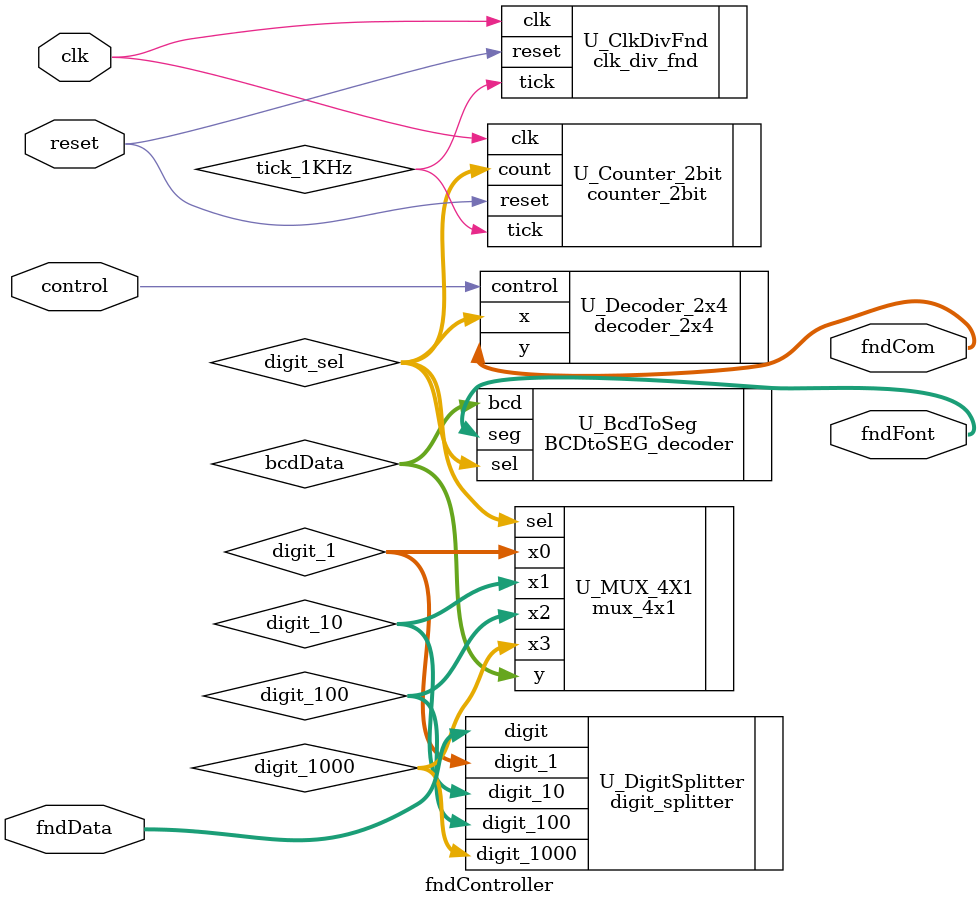
<source format=sv>
`timescale 1ns / 1ps

module periph_fnd (
    input  logic        PCLK,     // APB CLK
    input  logic        PRESET,   // APB asynchronous RESET
    // APB Interface Signals
    input  logic [31:0] PADDR,
    input  logic        PWRITE,
    input  logic        PSEL,
    input  logic        PENABLE,
    input  logic [31:0] PWDATA,
    output logic [31:0] PRDATA,
    output logic        PREADY,
    // Internal Signals
    output logic [3:0] fndCom,
    output logic [7:0] fndFont
);

    logic [31:0] fndData;
    logic control;
    logic clk_out;

    apb_slave_interface_fnd U_APB_SLAVE_INTERFACE(
        .*,
        .control(control),
        .fndData(fndData)
    );

    clock_gate U_CLOCK_GATE(
        .clk_in(PCLK),    
        .enable(control),    
        .clk_out(clk_out)
    );

    fndController U_FND( 
        .clk(clk_out), .reset(PRESET),
        .fndData(fndData),
        .control(control),
        .fndCom(fndCom),
        .fndFont(fndFont)
    );
endmodule 
     

module apb_slave_interface_fnd (
    input  logic        PCLK,     // APB CLK
    input  logic        PRESET,   // APB asynchronous RESET
    // APB Interface Signals
    input  logic [31:0] PADDR,
    input  logic        PWRITE,
    input  logic        PSEL,
    input  logic        PENABLE,
    input  logic [31:0] PWDATA,
    output logic [31:0] PRDATA,
    output logic        PREADY,
    // Internal Signals
    output logic        control,
    output logic [31:0] fndData 
);

    localparam START_ADDR = 4'h0;
    localparam FND_DATA_ADDR = 4'h4;

    logic [31:0] fndData_reg, start_reg; 

    assign fndData = fndData_reg;
    assign control = start_reg[0];

    always_ff @(posedge PCLK, posedge PRESET) begin
        if (PRESET) begin
            start_reg <= 0;
            fndData_reg <= 0;
        end else begin
            PREADY <= 1'b0; 

            if (PSEL && PENABLE && PWRITE) begin
                PREADY <= 1'b1;
                case (PADDR[3:0])
                    START_ADDR: start_reg <= PWDATA;
                    FND_DATA_ADDR : fndData_reg <= PWDATA;
                    default:  ;
                endcase
            end else if (PSEL && PENABLE && !PWRITE) begin
                PREADY <= 1'b1;
                case (PADDR[3:0])
                    START_ADDR: PRDATA <= start_reg;
                    FND_DATA_ADDR : PRDATA <= fndData_reg;
                    default:  PRDATA = 'x;
                endcase
            end
        end
    end
endmodule


module fndController ( 
    input clk, reset,
    input  [31:0] fndData,
    input  control,
    output [3:0] fndCom,
    output [7:0] fndFont
);

    wire [3:0] digit_1, digit_10, digit_100, digit_1000;
    wire [3:0] bcdData;
    wire [1:0] digit_sel;
    wire tick_1KHz;


    counter_2bit U_Counter_2bit (
        .clk  (clk),
        .reset(reset),
        .tick (tick_1KHz),
        .count(digit_sel)
    );

    clk_div_fnd U_ClkDivFnd (
        .clk  (clk),
        .reset(reset),
        .tick (tick_1KHz)
    );

    digit_splitter U_DigitSplitter (
        .digit(fndData),
        .digit_1   (digit_1),
        .digit_10  (digit_10),
        .digit_100 (digit_100),
        .digit_1000(digit_1000)
    );

    mux_4x1 U_MUX_4X1 (
        .sel(digit_sel),
        .x0(digit_1),
        .x1(digit_10),
        .x2(digit_100),
        .x3(digit_1000),
        .y(bcdData)
    );

    decoder_2x4 U_Decoder_2x4 (
        .x(digit_sel),
        .control(control),
        .y(fndCom)
    );

    BCDtoSEG_decoder U_BcdToSeg (
        .bcd(bcdData), .sel(digit_sel),
        .seg(fndFont)
    );

endmodule


</source>
